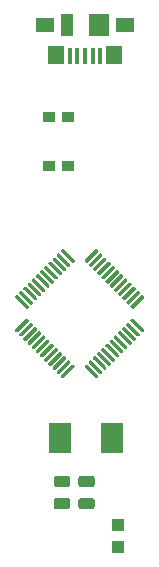
<source format=gbr>
%TF.GenerationSoftware,KiCad,Pcbnew,(5.1.6)-1*%
%TF.CreationDate,2020-09-14T17:11:37+02:00*%
%TF.ProjectId,STM32_blue_pill_4_layers,53544d33-325f-4626-9c75-655f70696c6c,rev?*%
%TF.SameCoordinates,Original*%
%TF.FileFunction,Paste,Top*%
%TF.FilePolarity,Positive*%
%FSLAX46Y46*%
G04 Gerber Fmt 4.6, Leading zero omitted, Abs format (unit mm)*
G04 Created by KiCad (PCBNEW (5.1.6)-1) date 2020-09-14 17:11:37*
%MOMM*%
%LPD*%
G01*
G04 APERTURE LIST*
%ADD10R,1.000000X1.900000*%
%ADD11R,1.800000X1.900000*%
%ADD12R,1.650000X1.300000*%
%ADD13R,1.425000X1.550000*%
%ADD14R,0.450000X1.380000*%
%ADD15R,1.000000X0.900000*%
%ADD16R,1.100000X1.050000*%
%ADD17R,1.900000X2.500000*%
G04 APERTURE END LIST*
D10*
%TO.C,J3*%
X128880000Y-62410000D03*
D11*
X131580000Y-62410000D03*
D12*
X127055000Y-62410000D03*
X133805000Y-62410000D03*
D13*
X127942500Y-64985000D03*
X132917500Y-64985000D03*
D14*
X129130000Y-65070000D03*
X129780000Y-65070000D03*
X130430000Y-65070000D03*
X131080000Y-65070000D03*
X131730000Y-65070000D03*
%TD*%
D15*
%TO.C,SW1*%
X129000000Y-70240000D03*
X127400000Y-70240000D03*
X129000000Y-74340000D03*
X127400000Y-74340000D03*
%TD*%
D16*
%TO.C,Y2*%
X133260000Y-104810000D03*
X133260000Y-106660000D03*
%TD*%
D17*
%TO.C,Y1*%
X128310000Y-97370000D03*
X132710000Y-97370000D03*
%TD*%
%TO.C,U1*%
G36*
G01*
X129546948Y-91407608D02*
X128610032Y-92344524D01*
G75*
G02*
X128503966Y-92344524I-53033J53033D01*
G01*
X128397900Y-92238458D01*
G75*
G02*
X128397900Y-92132392I53033J53033D01*
G01*
X129334816Y-91195476D01*
G75*
G02*
X129440882Y-91195476I53033J-53033D01*
G01*
X129546948Y-91301542D01*
G75*
G02*
X129546948Y-91407608I-53033J-53033D01*
G01*
G37*
G36*
G01*
X129193394Y-91054054D02*
X128256478Y-91990970D01*
G75*
G02*
X128150412Y-91990970I-53033J53033D01*
G01*
X128044346Y-91884904D01*
G75*
G02*
X128044346Y-91778838I53033J53033D01*
G01*
X128981262Y-90841922D01*
G75*
G02*
X129087328Y-90841922I53033J-53033D01*
G01*
X129193394Y-90947988D01*
G75*
G02*
X129193394Y-91054054I-53033J-53033D01*
G01*
G37*
G36*
G01*
X128839841Y-90700501D02*
X127902925Y-91637417D01*
G75*
G02*
X127796859Y-91637417I-53033J53033D01*
G01*
X127690793Y-91531351D01*
G75*
G02*
X127690793Y-91425285I53033J53033D01*
G01*
X128627709Y-90488369D01*
G75*
G02*
X128733775Y-90488369I53033J-53033D01*
G01*
X128839841Y-90594435D01*
G75*
G02*
X128839841Y-90700501I-53033J-53033D01*
G01*
G37*
G36*
G01*
X128486287Y-90346947D02*
X127549371Y-91283863D01*
G75*
G02*
X127443305Y-91283863I-53033J53033D01*
G01*
X127337239Y-91177797D01*
G75*
G02*
X127337239Y-91071731I53033J53033D01*
G01*
X128274155Y-90134815D01*
G75*
G02*
X128380221Y-90134815I53033J-53033D01*
G01*
X128486287Y-90240881D01*
G75*
G02*
X128486287Y-90346947I-53033J-53033D01*
G01*
G37*
G36*
G01*
X128132734Y-89993394D02*
X127195818Y-90930310D01*
G75*
G02*
X127089752Y-90930310I-53033J53033D01*
G01*
X126983686Y-90824244D01*
G75*
G02*
X126983686Y-90718178I53033J53033D01*
G01*
X127920602Y-89781262D01*
G75*
G02*
X128026668Y-89781262I53033J-53033D01*
G01*
X128132734Y-89887328D01*
G75*
G02*
X128132734Y-89993394I-53033J-53033D01*
G01*
G37*
G36*
G01*
X127779181Y-89639841D02*
X126842265Y-90576757D01*
G75*
G02*
X126736199Y-90576757I-53033J53033D01*
G01*
X126630133Y-90470691D01*
G75*
G02*
X126630133Y-90364625I53033J53033D01*
G01*
X127567049Y-89427709D01*
G75*
G02*
X127673115Y-89427709I53033J-53033D01*
G01*
X127779181Y-89533775D01*
G75*
G02*
X127779181Y-89639841I-53033J-53033D01*
G01*
G37*
G36*
G01*
X127425627Y-89286287D02*
X126488711Y-90223203D01*
G75*
G02*
X126382645Y-90223203I-53033J53033D01*
G01*
X126276579Y-90117137D01*
G75*
G02*
X126276579Y-90011071I53033J53033D01*
G01*
X127213495Y-89074155D01*
G75*
G02*
X127319561Y-89074155I53033J-53033D01*
G01*
X127425627Y-89180221D01*
G75*
G02*
X127425627Y-89286287I-53033J-53033D01*
G01*
G37*
G36*
G01*
X127072074Y-88932734D02*
X126135158Y-89869650D01*
G75*
G02*
X126029092Y-89869650I-53033J53033D01*
G01*
X125923026Y-89763584D01*
G75*
G02*
X125923026Y-89657518I53033J53033D01*
G01*
X126859942Y-88720602D01*
G75*
G02*
X126966008Y-88720602I53033J-53033D01*
G01*
X127072074Y-88826668D01*
G75*
G02*
X127072074Y-88932734I-53033J-53033D01*
G01*
G37*
G36*
G01*
X126718521Y-88579181D02*
X125781605Y-89516097D01*
G75*
G02*
X125675539Y-89516097I-53033J53033D01*
G01*
X125569473Y-89410031D01*
G75*
G02*
X125569473Y-89303965I53033J53033D01*
G01*
X126506389Y-88367049D01*
G75*
G02*
X126612455Y-88367049I53033J-53033D01*
G01*
X126718521Y-88473115D01*
G75*
G02*
X126718521Y-88579181I-53033J-53033D01*
G01*
G37*
G36*
G01*
X126364967Y-88225627D02*
X125428051Y-89162543D01*
G75*
G02*
X125321985Y-89162543I-53033J53033D01*
G01*
X125215919Y-89056477D01*
G75*
G02*
X125215919Y-88950411I53033J53033D01*
G01*
X126152835Y-88013495D01*
G75*
G02*
X126258901Y-88013495I53033J-53033D01*
G01*
X126364967Y-88119561D01*
G75*
G02*
X126364967Y-88225627I-53033J-53033D01*
G01*
G37*
G36*
G01*
X126011414Y-87872074D02*
X125074498Y-88808990D01*
G75*
G02*
X124968432Y-88808990I-53033J53033D01*
G01*
X124862366Y-88702924D01*
G75*
G02*
X124862366Y-88596858I53033J53033D01*
G01*
X125799282Y-87659942D01*
G75*
G02*
X125905348Y-87659942I53033J-53033D01*
G01*
X126011414Y-87766008D01*
G75*
G02*
X126011414Y-87872074I-53033J-53033D01*
G01*
G37*
G36*
G01*
X125657860Y-87518520D02*
X124720944Y-88455436D01*
G75*
G02*
X124614878Y-88455436I-53033J53033D01*
G01*
X124508812Y-88349370D01*
G75*
G02*
X124508812Y-88243304I53033J53033D01*
G01*
X125445728Y-87306388D01*
G75*
G02*
X125551794Y-87306388I53033J-53033D01*
G01*
X125657860Y-87412454D01*
G75*
G02*
X125657860Y-87518520I-53033J-53033D01*
G01*
G37*
G36*
G01*
X125657860Y-86351794D02*
X125551794Y-86457860D01*
G75*
G02*
X125445728Y-86457860I-53033J53033D01*
G01*
X124508812Y-85520944D01*
G75*
G02*
X124508812Y-85414878I53033J53033D01*
G01*
X124614878Y-85308812D01*
G75*
G02*
X124720944Y-85308812I53033J-53033D01*
G01*
X125657860Y-86245728D01*
G75*
G02*
X125657860Y-86351794I-53033J-53033D01*
G01*
G37*
G36*
G01*
X126011414Y-85998240D02*
X125905348Y-86104306D01*
G75*
G02*
X125799282Y-86104306I-53033J53033D01*
G01*
X124862366Y-85167390D01*
G75*
G02*
X124862366Y-85061324I53033J53033D01*
G01*
X124968432Y-84955258D01*
G75*
G02*
X125074498Y-84955258I53033J-53033D01*
G01*
X126011414Y-85892174D01*
G75*
G02*
X126011414Y-85998240I-53033J-53033D01*
G01*
G37*
G36*
G01*
X126364967Y-85644687D02*
X126258901Y-85750753D01*
G75*
G02*
X126152835Y-85750753I-53033J53033D01*
G01*
X125215919Y-84813837D01*
G75*
G02*
X125215919Y-84707771I53033J53033D01*
G01*
X125321985Y-84601705D01*
G75*
G02*
X125428051Y-84601705I53033J-53033D01*
G01*
X126364967Y-85538621D01*
G75*
G02*
X126364967Y-85644687I-53033J-53033D01*
G01*
G37*
G36*
G01*
X126718521Y-85291133D02*
X126612455Y-85397199D01*
G75*
G02*
X126506389Y-85397199I-53033J53033D01*
G01*
X125569473Y-84460283D01*
G75*
G02*
X125569473Y-84354217I53033J53033D01*
G01*
X125675539Y-84248151D01*
G75*
G02*
X125781605Y-84248151I53033J-53033D01*
G01*
X126718521Y-85185067D01*
G75*
G02*
X126718521Y-85291133I-53033J-53033D01*
G01*
G37*
G36*
G01*
X127072074Y-84937580D02*
X126966008Y-85043646D01*
G75*
G02*
X126859942Y-85043646I-53033J53033D01*
G01*
X125923026Y-84106730D01*
G75*
G02*
X125923026Y-84000664I53033J53033D01*
G01*
X126029092Y-83894598D01*
G75*
G02*
X126135158Y-83894598I53033J-53033D01*
G01*
X127072074Y-84831514D01*
G75*
G02*
X127072074Y-84937580I-53033J-53033D01*
G01*
G37*
G36*
G01*
X127425627Y-84584027D02*
X127319561Y-84690093D01*
G75*
G02*
X127213495Y-84690093I-53033J53033D01*
G01*
X126276579Y-83753177D01*
G75*
G02*
X126276579Y-83647111I53033J53033D01*
G01*
X126382645Y-83541045D01*
G75*
G02*
X126488711Y-83541045I53033J-53033D01*
G01*
X127425627Y-84477961D01*
G75*
G02*
X127425627Y-84584027I-53033J-53033D01*
G01*
G37*
G36*
G01*
X127779181Y-84230473D02*
X127673115Y-84336539D01*
G75*
G02*
X127567049Y-84336539I-53033J53033D01*
G01*
X126630133Y-83399623D01*
G75*
G02*
X126630133Y-83293557I53033J53033D01*
G01*
X126736199Y-83187491D01*
G75*
G02*
X126842265Y-83187491I53033J-53033D01*
G01*
X127779181Y-84124407D01*
G75*
G02*
X127779181Y-84230473I-53033J-53033D01*
G01*
G37*
G36*
G01*
X128132734Y-83876920D02*
X128026668Y-83982986D01*
G75*
G02*
X127920602Y-83982986I-53033J53033D01*
G01*
X126983686Y-83046070D01*
G75*
G02*
X126983686Y-82940004I53033J53033D01*
G01*
X127089752Y-82833938D01*
G75*
G02*
X127195818Y-82833938I53033J-53033D01*
G01*
X128132734Y-83770854D01*
G75*
G02*
X128132734Y-83876920I-53033J-53033D01*
G01*
G37*
G36*
G01*
X128486287Y-83523367D02*
X128380221Y-83629433D01*
G75*
G02*
X128274155Y-83629433I-53033J53033D01*
G01*
X127337239Y-82692517D01*
G75*
G02*
X127337239Y-82586451I53033J53033D01*
G01*
X127443305Y-82480385D01*
G75*
G02*
X127549371Y-82480385I53033J-53033D01*
G01*
X128486287Y-83417301D01*
G75*
G02*
X128486287Y-83523367I-53033J-53033D01*
G01*
G37*
G36*
G01*
X128839841Y-83169813D02*
X128733775Y-83275879D01*
G75*
G02*
X128627709Y-83275879I-53033J53033D01*
G01*
X127690793Y-82338963D01*
G75*
G02*
X127690793Y-82232897I53033J53033D01*
G01*
X127796859Y-82126831D01*
G75*
G02*
X127902925Y-82126831I53033J-53033D01*
G01*
X128839841Y-83063747D01*
G75*
G02*
X128839841Y-83169813I-53033J-53033D01*
G01*
G37*
G36*
G01*
X129193394Y-82816260D02*
X129087328Y-82922326D01*
G75*
G02*
X128981262Y-82922326I-53033J53033D01*
G01*
X128044346Y-81985410D01*
G75*
G02*
X128044346Y-81879344I53033J53033D01*
G01*
X128150412Y-81773278D01*
G75*
G02*
X128256478Y-81773278I53033J-53033D01*
G01*
X129193394Y-82710194D01*
G75*
G02*
X129193394Y-82816260I-53033J-53033D01*
G01*
G37*
G36*
G01*
X129546948Y-82462706D02*
X129440882Y-82568772D01*
G75*
G02*
X129334816Y-82568772I-53033J53033D01*
G01*
X128397900Y-81631856D01*
G75*
G02*
X128397900Y-81525790I53033J53033D01*
G01*
X128503966Y-81419724D01*
G75*
G02*
X128610032Y-81419724I53033J-53033D01*
G01*
X129546948Y-82356640D01*
G75*
G02*
X129546948Y-82462706I-53033J-53033D01*
G01*
G37*
G36*
G01*
X131544524Y-81631856D02*
X130607608Y-82568772D01*
G75*
G02*
X130501542Y-82568772I-53033J53033D01*
G01*
X130395476Y-82462706D01*
G75*
G02*
X130395476Y-82356640I53033J53033D01*
G01*
X131332392Y-81419724D01*
G75*
G02*
X131438458Y-81419724I53033J-53033D01*
G01*
X131544524Y-81525790D01*
G75*
G02*
X131544524Y-81631856I-53033J-53033D01*
G01*
G37*
G36*
G01*
X131898078Y-81985410D02*
X130961162Y-82922326D01*
G75*
G02*
X130855096Y-82922326I-53033J53033D01*
G01*
X130749030Y-82816260D01*
G75*
G02*
X130749030Y-82710194I53033J53033D01*
G01*
X131685946Y-81773278D01*
G75*
G02*
X131792012Y-81773278I53033J-53033D01*
G01*
X131898078Y-81879344D01*
G75*
G02*
X131898078Y-81985410I-53033J-53033D01*
G01*
G37*
G36*
G01*
X132251631Y-82338963D02*
X131314715Y-83275879D01*
G75*
G02*
X131208649Y-83275879I-53033J53033D01*
G01*
X131102583Y-83169813D01*
G75*
G02*
X131102583Y-83063747I53033J53033D01*
G01*
X132039499Y-82126831D01*
G75*
G02*
X132145565Y-82126831I53033J-53033D01*
G01*
X132251631Y-82232897D01*
G75*
G02*
X132251631Y-82338963I-53033J-53033D01*
G01*
G37*
G36*
G01*
X132605185Y-82692517D02*
X131668269Y-83629433D01*
G75*
G02*
X131562203Y-83629433I-53033J53033D01*
G01*
X131456137Y-83523367D01*
G75*
G02*
X131456137Y-83417301I53033J53033D01*
G01*
X132393053Y-82480385D01*
G75*
G02*
X132499119Y-82480385I53033J-53033D01*
G01*
X132605185Y-82586451D01*
G75*
G02*
X132605185Y-82692517I-53033J-53033D01*
G01*
G37*
G36*
G01*
X132958738Y-83046070D02*
X132021822Y-83982986D01*
G75*
G02*
X131915756Y-83982986I-53033J53033D01*
G01*
X131809690Y-83876920D01*
G75*
G02*
X131809690Y-83770854I53033J53033D01*
G01*
X132746606Y-82833938D01*
G75*
G02*
X132852672Y-82833938I53033J-53033D01*
G01*
X132958738Y-82940004D01*
G75*
G02*
X132958738Y-83046070I-53033J-53033D01*
G01*
G37*
G36*
G01*
X133312291Y-83399623D02*
X132375375Y-84336539D01*
G75*
G02*
X132269309Y-84336539I-53033J53033D01*
G01*
X132163243Y-84230473D01*
G75*
G02*
X132163243Y-84124407I53033J53033D01*
G01*
X133100159Y-83187491D01*
G75*
G02*
X133206225Y-83187491I53033J-53033D01*
G01*
X133312291Y-83293557D01*
G75*
G02*
X133312291Y-83399623I-53033J-53033D01*
G01*
G37*
G36*
G01*
X133665845Y-83753177D02*
X132728929Y-84690093D01*
G75*
G02*
X132622863Y-84690093I-53033J53033D01*
G01*
X132516797Y-84584027D01*
G75*
G02*
X132516797Y-84477961I53033J53033D01*
G01*
X133453713Y-83541045D01*
G75*
G02*
X133559779Y-83541045I53033J-53033D01*
G01*
X133665845Y-83647111D01*
G75*
G02*
X133665845Y-83753177I-53033J-53033D01*
G01*
G37*
G36*
G01*
X134019398Y-84106730D02*
X133082482Y-85043646D01*
G75*
G02*
X132976416Y-85043646I-53033J53033D01*
G01*
X132870350Y-84937580D01*
G75*
G02*
X132870350Y-84831514I53033J53033D01*
G01*
X133807266Y-83894598D01*
G75*
G02*
X133913332Y-83894598I53033J-53033D01*
G01*
X134019398Y-84000664D01*
G75*
G02*
X134019398Y-84106730I-53033J-53033D01*
G01*
G37*
G36*
G01*
X134372951Y-84460283D02*
X133436035Y-85397199D01*
G75*
G02*
X133329969Y-85397199I-53033J53033D01*
G01*
X133223903Y-85291133D01*
G75*
G02*
X133223903Y-85185067I53033J53033D01*
G01*
X134160819Y-84248151D01*
G75*
G02*
X134266885Y-84248151I53033J-53033D01*
G01*
X134372951Y-84354217D01*
G75*
G02*
X134372951Y-84460283I-53033J-53033D01*
G01*
G37*
G36*
G01*
X134726505Y-84813837D02*
X133789589Y-85750753D01*
G75*
G02*
X133683523Y-85750753I-53033J53033D01*
G01*
X133577457Y-85644687D01*
G75*
G02*
X133577457Y-85538621I53033J53033D01*
G01*
X134514373Y-84601705D01*
G75*
G02*
X134620439Y-84601705I53033J-53033D01*
G01*
X134726505Y-84707771D01*
G75*
G02*
X134726505Y-84813837I-53033J-53033D01*
G01*
G37*
G36*
G01*
X135080058Y-85167390D02*
X134143142Y-86104306D01*
G75*
G02*
X134037076Y-86104306I-53033J53033D01*
G01*
X133931010Y-85998240D01*
G75*
G02*
X133931010Y-85892174I53033J53033D01*
G01*
X134867926Y-84955258D01*
G75*
G02*
X134973992Y-84955258I53033J-53033D01*
G01*
X135080058Y-85061324D01*
G75*
G02*
X135080058Y-85167390I-53033J-53033D01*
G01*
G37*
G36*
G01*
X135433612Y-85520944D02*
X134496696Y-86457860D01*
G75*
G02*
X134390630Y-86457860I-53033J53033D01*
G01*
X134284564Y-86351794D01*
G75*
G02*
X134284564Y-86245728I53033J53033D01*
G01*
X135221480Y-85308812D01*
G75*
G02*
X135327546Y-85308812I53033J-53033D01*
G01*
X135433612Y-85414878D01*
G75*
G02*
X135433612Y-85520944I-53033J-53033D01*
G01*
G37*
G36*
G01*
X135433612Y-88349370D02*
X135327546Y-88455436D01*
G75*
G02*
X135221480Y-88455436I-53033J53033D01*
G01*
X134284564Y-87518520D01*
G75*
G02*
X134284564Y-87412454I53033J53033D01*
G01*
X134390630Y-87306388D01*
G75*
G02*
X134496696Y-87306388I53033J-53033D01*
G01*
X135433612Y-88243304D01*
G75*
G02*
X135433612Y-88349370I-53033J-53033D01*
G01*
G37*
G36*
G01*
X135080058Y-88702924D02*
X134973992Y-88808990D01*
G75*
G02*
X134867926Y-88808990I-53033J53033D01*
G01*
X133931010Y-87872074D01*
G75*
G02*
X133931010Y-87766008I53033J53033D01*
G01*
X134037076Y-87659942D01*
G75*
G02*
X134143142Y-87659942I53033J-53033D01*
G01*
X135080058Y-88596858D01*
G75*
G02*
X135080058Y-88702924I-53033J-53033D01*
G01*
G37*
G36*
G01*
X134726505Y-89056477D02*
X134620439Y-89162543D01*
G75*
G02*
X134514373Y-89162543I-53033J53033D01*
G01*
X133577457Y-88225627D01*
G75*
G02*
X133577457Y-88119561I53033J53033D01*
G01*
X133683523Y-88013495D01*
G75*
G02*
X133789589Y-88013495I53033J-53033D01*
G01*
X134726505Y-88950411D01*
G75*
G02*
X134726505Y-89056477I-53033J-53033D01*
G01*
G37*
G36*
G01*
X134372951Y-89410031D02*
X134266885Y-89516097D01*
G75*
G02*
X134160819Y-89516097I-53033J53033D01*
G01*
X133223903Y-88579181D01*
G75*
G02*
X133223903Y-88473115I53033J53033D01*
G01*
X133329969Y-88367049D01*
G75*
G02*
X133436035Y-88367049I53033J-53033D01*
G01*
X134372951Y-89303965D01*
G75*
G02*
X134372951Y-89410031I-53033J-53033D01*
G01*
G37*
G36*
G01*
X134019398Y-89763584D02*
X133913332Y-89869650D01*
G75*
G02*
X133807266Y-89869650I-53033J53033D01*
G01*
X132870350Y-88932734D01*
G75*
G02*
X132870350Y-88826668I53033J53033D01*
G01*
X132976416Y-88720602D01*
G75*
G02*
X133082482Y-88720602I53033J-53033D01*
G01*
X134019398Y-89657518D01*
G75*
G02*
X134019398Y-89763584I-53033J-53033D01*
G01*
G37*
G36*
G01*
X133665845Y-90117137D02*
X133559779Y-90223203D01*
G75*
G02*
X133453713Y-90223203I-53033J53033D01*
G01*
X132516797Y-89286287D01*
G75*
G02*
X132516797Y-89180221I53033J53033D01*
G01*
X132622863Y-89074155D01*
G75*
G02*
X132728929Y-89074155I53033J-53033D01*
G01*
X133665845Y-90011071D01*
G75*
G02*
X133665845Y-90117137I-53033J-53033D01*
G01*
G37*
G36*
G01*
X133312291Y-90470691D02*
X133206225Y-90576757D01*
G75*
G02*
X133100159Y-90576757I-53033J53033D01*
G01*
X132163243Y-89639841D01*
G75*
G02*
X132163243Y-89533775I53033J53033D01*
G01*
X132269309Y-89427709D01*
G75*
G02*
X132375375Y-89427709I53033J-53033D01*
G01*
X133312291Y-90364625D01*
G75*
G02*
X133312291Y-90470691I-53033J-53033D01*
G01*
G37*
G36*
G01*
X132958738Y-90824244D02*
X132852672Y-90930310D01*
G75*
G02*
X132746606Y-90930310I-53033J53033D01*
G01*
X131809690Y-89993394D01*
G75*
G02*
X131809690Y-89887328I53033J53033D01*
G01*
X131915756Y-89781262D01*
G75*
G02*
X132021822Y-89781262I53033J-53033D01*
G01*
X132958738Y-90718178D01*
G75*
G02*
X132958738Y-90824244I-53033J-53033D01*
G01*
G37*
G36*
G01*
X132605185Y-91177797D02*
X132499119Y-91283863D01*
G75*
G02*
X132393053Y-91283863I-53033J53033D01*
G01*
X131456137Y-90346947D01*
G75*
G02*
X131456137Y-90240881I53033J53033D01*
G01*
X131562203Y-90134815D01*
G75*
G02*
X131668269Y-90134815I53033J-53033D01*
G01*
X132605185Y-91071731D01*
G75*
G02*
X132605185Y-91177797I-53033J-53033D01*
G01*
G37*
G36*
G01*
X132251631Y-91531351D02*
X132145565Y-91637417D01*
G75*
G02*
X132039499Y-91637417I-53033J53033D01*
G01*
X131102583Y-90700501D01*
G75*
G02*
X131102583Y-90594435I53033J53033D01*
G01*
X131208649Y-90488369D01*
G75*
G02*
X131314715Y-90488369I53033J-53033D01*
G01*
X132251631Y-91425285D01*
G75*
G02*
X132251631Y-91531351I-53033J-53033D01*
G01*
G37*
G36*
G01*
X131898078Y-91884904D02*
X131792012Y-91990970D01*
G75*
G02*
X131685946Y-91990970I-53033J53033D01*
G01*
X130749030Y-91054054D01*
G75*
G02*
X130749030Y-90947988I53033J53033D01*
G01*
X130855096Y-90841922D01*
G75*
G02*
X130961162Y-90841922I53033J-53033D01*
G01*
X131898078Y-91778838D01*
G75*
G02*
X131898078Y-91884904I-53033J-53033D01*
G01*
G37*
G36*
G01*
X131544524Y-92238458D02*
X131438458Y-92344524D01*
G75*
G02*
X131332392Y-92344524I-53033J53033D01*
G01*
X130395476Y-91407608D01*
G75*
G02*
X130395476Y-91301542I53033J53033D01*
G01*
X130501542Y-91195476D01*
G75*
G02*
X130607608Y-91195476I53033J-53033D01*
G01*
X131544524Y-92132392D01*
G75*
G02*
X131544524Y-92238458I-53033J-53033D01*
G01*
G37*
%TD*%
%TO.C,D2*%
G36*
G01*
X128023750Y-102480000D02*
X128936250Y-102480000D01*
G75*
G02*
X129180000Y-102723750I0J-243750D01*
G01*
X129180000Y-103211250D01*
G75*
G02*
X128936250Y-103455000I-243750J0D01*
G01*
X128023750Y-103455000D01*
G75*
G02*
X127780000Y-103211250I0J243750D01*
G01*
X127780000Y-102723750D01*
G75*
G02*
X128023750Y-102480000I243750J0D01*
G01*
G37*
G36*
G01*
X128023750Y-100605000D02*
X128936250Y-100605000D01*
G75*
G02*
X129180000Y-100848750I0J-243750D01*
G01*
X129180000Y-101336250D01*
G75*
G02*
X128936250Y-101580000I-243750J0D01*
G01*
X128023750Y-101580000D01*
G75*
G02*
X127780000Y-101336250I0J243750D01*
G01*
X127780000Y-100848750D01*
G75*
G02*
X128023750Y-100605000I243750J0D01*
G01*
G37*
%TD*%
%TO.C,D1*%
G36*
G01*
X130103750Y-102477500D02*
X131016250Y-102477500D01*
G75*
G02*
X131260000Y-102721250I0J-243750D01*
G01*
X131260000Y-103208750D01*
G75*
G02*
X131016250Y-103452500I-243750J0D01*
G01*
X130103750Y-103452500D01*
G75*
G02*
X129860000Y-103208750I0J243750D01*
G01*
X129860000Y-102721250D01*
G75*
G02*
X130103750Y-102477500I243750J0D01*
G01*
G37*
G36*
G01*
X130103750Y-100602500D02*
X131016250Y-100602500D01*
G75*
G02*
X131260000Y-100846250I0J-243750D01*
G01*
X131260000Y-101333750D01*
G75*
G02*
X131016250Y-101577500I-243750J0D01*
G01*
X130103750Y-101577500D01*
G75*
G02*
X129860000Y-101333750I0J243750D01*
G01*
X129860000Y-100846250D01*
G75*
G02*
X130103750Y-100602500I243750J0D01*
G01*
G37*
%TD*%
M02*

</source>
